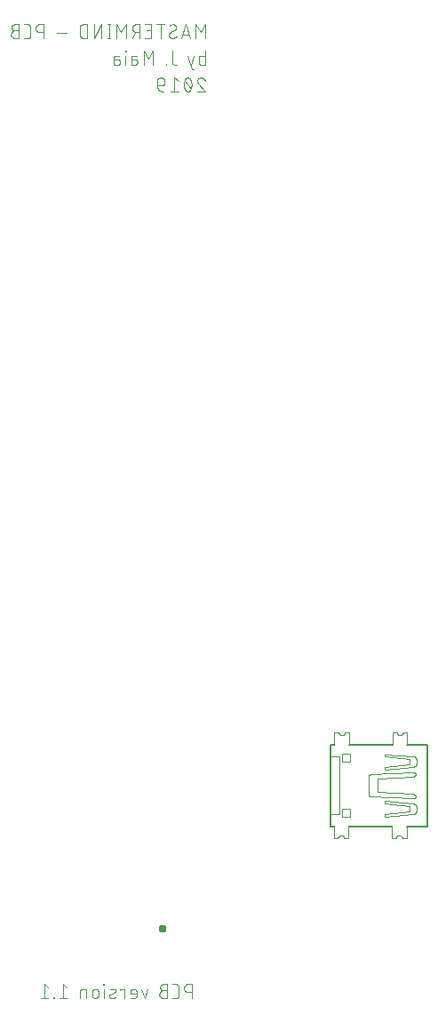
<source format=gbr>
G04 EAGLE Gerber RS-274X export*
G75*
%MOMM*%
%FSLAX34Y34*%
%LPD*%
%INSilkscreen Bottom*%
%IPPOS*%
%AMOC8*
5,1,8,0,0,1.08239X$1,22.5*%
G01*
%ADD10C,0.101600*%
%ADD11C,0.406400*%
%ADD12C,0.127000*%


D10*
X393192Y966216D02*
X393192Y953008D01*
X389523Y953008D01*
X389430Y953010D01*
X389336Y953016D01*
X389243Y953026D01*
X389151Y953040D01*
X389059Y953057D01*
X388968Y953079D01*
X388879Y953104D01*
X388790Y953134D01*
X388702Y953167D01*
X388616Y953203D01*
X388532Y953244D01*
X388450Y953287D01*
X388369Y953335D01*
X388291Y953385D01*
X388214Y953439D01*
X388140Y953497D01*
X388069Y953557D01*
X388000Y953620D01*
X387934Y953686D01*
X387871Y953755D01*
X387811Y953826D01*
X387753Y953900D01*
X387699Y953976D01*
X387649Y954055D01*
X387602Y954136D01*
X387558Y954218D01*
X387517Y954302D01*
X387481Y954388D01*
X387448Y954476D01*
X387418Y954564D01*
X387393Y954654D01*
X387371Y954745D01*
X387354Y954837D01*
X387340Y954929D01*
X387330Y955022D01*
X387324Y955116D01*
X387322Y955209D01*
X387322Y959612D01*
X387324Y959703D01*
X387330Y959794D01*
X387339Y959884D01*
X387352Y959974D01*
X387369Y960064D01*
X387389Y960152D01*
X387414Y960240D01*
X387441Y960327D01*
X387473Y960412D01*
X387507Y960496D01*
X387546Y960579D01*
X387587Y960660D01*
X387632Y960739D01*
X387680Y960816D01*
X387732Y960891D01*
X387786Y960964D01*
X387843Y961035D01*
X387904Y961103D01*
X387967Y961168D01*
X388032Y961231D01*
X388101Y961292D01*
X388171Y961349D01*
X388244Y961403D01*
X388319Y961455D01*
X388396Y961503D01*
X388475Y961548D01*
X388556Y961589D01*
X388639Y961628D01*
X388723Y961662D01*
X388808Y961694D01*
X388895Y961722D01*
X388983Y961746D01*
X389071Y961766D01*
X389161Y961783D01*
X389251Y961796D01*
X389341Y961805D01*
X389432Y961811D01*
X389523Y961813D01*
X393192Y961813D01*
X382586Y948605D02*
X381119Y948605D01*
X376716Y961813D01*
X382586Y961813D02*
X379651Y953008D01*
X361851Y955943D02*
X361851Y966216D01*
X361852Y955943D02*
X361854Y955836D01*
X361860Y955729D01*
X361870Y955622D01*
X361883Y955516D01*
X361901Y955410D01*
X361922Y955305D01*
X361947Y955201D01*
X361976Y955097D01*
X362009Y954995D01*
X362046Y954895D01*
X362086Y954795D01*
X362130Y954697D01*
X362177Y954601D01*
X362228Y954507D01*
X362282Y954414D01*
X362339Y954324D01*
X362400Y954235D01*
X362464Y954149D01*
X362531Y954066D01*
X362601Y953984D01*
X362674Y953906D01*
X362750Y953830D01*
X362828Y953757D01*
X362910Y953687D01*
X362993Y953620D01*
X363079Y953556D01*
X363168Y953495D01*
X363258Y953438D01*
X363351Y953384D01*
X363445Y953333D01*
X363541Y953286D01*
X363639Y953242D01*
X363739Y953202D01*
X363839Y953165D01*
X363941Y953132D01*
X364045Y953103D01*
X364149Y953078D01*
X364254Y953057D01*
X364360Y953039D01*
X364466Y953026D01*
X364573Y953016D01*
X364680Y953010D01*
X364787Y953008D01*
X366254Y953008D01*
X356549Y953008D02*
X356549Y953742D01*
X355815Y953742D01*
X355815Y953008D01*
X356549Y953008D01*
X343516Y953008D02*
X343516Y966216D01*
X339113Y958878D01*
X334710Y966216D01*
X334710Y953008D01*
X326314Y958144D02*
X323012Y958144D01*
X326314Y958144D02*
X326414Y958142D01*
X326513Y958136D01*
X326612Y958127D01*
X326711Y958113D01*
X326809Y958096D01*
X326906Y958075D01*
X327003Y958050D01*
X327098Y958021D01*
X327192Y957989D01*
X327285Y957953D01*
X327377Y957914D01*
X327467Y957871D01*
X327555Y957824D01*
X327641Y957775D01*
X327725Y957722D01*
X327807Y957665D01*
X327887Y957606D01*
X327965Y957543D01*
X328040Y957478D01*
X328112Y957409D01*
X328182Y957338D01*
X328249Y957265D01*
X328313Y957188D01*
X328374Y957110D01*
X328432Y957028D01*
X328486Y956945D01*
X328538Y956860D01*
X328586Y956773D01*
X328631Y956684D01*
X328672Y956593D01*
X328710Y956501D01*
X328744Y956407D01*
X328774Y956313D01*
X328801Y956217D01*
X328824Y956120D01*
X328843Y956022D01*
X328858Y955924D01*
X328870Y955825D01*
X328878Y955725D01*
X328882Y955626D01*
X328882Y955526D01*
X328878Y955427D01*
X328870Y955327D01*
X328858Y955228D01*
X328843Y955130D01*
X328824Y955032D01*
X328801Y954935D01*
X328774Y954839D01*
X328744Y954745D01*
X328710Y954651D01*
X328672Y954559D01*
X328631Y954468D01*
X328586Y954379D01*
X328538Y954292D01*
X328486Y954207D01*
X328432Y954124D01*
X328374Y954042D01*
X328313Y953964D01*
X328249Y953887D01*
X328182Y953814D01*
X328112Y953743D01*
X328040Y953674D01*
X327965Y953609D01*
X327887Y953546D01*
X327807Y953487D01*
X327725Y953430D01*
X327641Y953377D01*
X327555Y953328D01*
X327467Y953281D01*
X327377Y953238D01*
X327285Y953199D01*
X327192Y953163D01*
X327098Y953131D01*
X327003Y953102D01*
X326906Y953077D01*
X326809Y953056D01*
X326711Y953039D01*
X326612Y953025D01*
X326513Y953016D01*
X326414Y953010D01*
X326314Y953008D01*
X323012Y953008D01*
X323012Y959612D01*
X323014Y959703D01*
X323020Y959794D01*
X323029Y959884D01*
X323042Y959974D01*
X323059Y960064D01*
X323079Y960152D01*
X323104Y960240D01*
X323131Y960327D01*
X323163Y960412D01*
X323197Y960496D01*
X323236Y960579D01*
X323277Y960660D01*
X323322Y960739D01*
X323370Y960816D01*
X323422Y960891D01*
X323476Y960964D01*
X323533Y961035D01*
X323594Y961103D01*
X323657Y961168D01*
X323722Y961231D01*
X323791Y961292D01*
X323861Y961349D01*
X323934Y961403D01*
X324009Y961455D01*
X324086Y961503D01*
X324165Y961548D01*
X324246Y961589D01*
X324329Y961628D01*
X324413Y961662D01*
X324498Y961694D01*
X324585Y961722D01*
X324673Y961746D01*
X324761Y961766D01*
X324851Y961783D01*
X324941Y961796D01*
X325031Y961805D01*
X325122Y961811D01*
X325213Y961813D01*
X328148Y961813D01*
X317350Y961813D02*
X317350Y953008D01*
X317717Y965482D02*
X317717Y966216D01*
X316983Y966216D01*
X316983Y965482D01*
X317717Y965482D01*
X309672Y958144D02*
X306370Y958144D01*
X309672Y958144D02*
X309772Y958142D01*
X309871Y958136D01*
X309970Y958127D01*
X310069Y958113D01*
X310167Y958096D01*
X310264Y958075D01*
X310361Y958050D01*
X310456Y958021D01*
X310550Y957989D01*
X310643Y957953D01*
X310735Y957914D01*
X310825Y957871D01*
X310913Y957824D01*
X310999Y957775D01*
X311083Y957722D01*
X311165Y957665D01*
X311245Y957606D01*
X311323Y957543D01*
X311398Y957478D01*
X311470Y957409D01*
X311540Y957338D01*
X311607Y957265D01*
X311671Y957188D01*
X311732Y957110D01*
X311790Y957028D01*
X311844Y956945D01*
X311896Y956860D01*
X311944Y956773D01*
X311989Y956684D01*
X312030Y956593D01*
X312068Y956501D01*
X312102Y956407D01*
X312132Y956313D01*
X312159Y956217D01*
X312182Y956120D01*
X312201Y956022D01*
X312216Y955924D01*
X312228Y955825D01*
X312236Y955725D01*
X312240Y955626D01*
X312240Y955526D01*
X312236Y955427D01*
X312228Y955327D01*
X312216Y955228D01*
X312201Y955130D01*
X312182Y955032D01*
X312159Y954935D01*
X312132Y954839D01*
X312102Y954745D01*
X312068Y954651D01*
X312030Y954559D01*
X311989Y954468D01*
X311944Y954379D01*
X311896Y954292D01*
X311844Y954207D01*
X311790Y954124D01*
X311732Y954042D01*
X311671Y953964D01*
X311607Y953887D01*
X311540Y953814D01*
X311470Y953743D01*
X311398Y953674D01*
X311323Y953609D01*
X311245Y953546D01*
X311165Y953487D01*
X311083Y953430D01*
X310999Y953377D01*
X310913Y953328D01*
X310825Y953281D01*
X310735Y953238D01*
X310643Y953199D01*
X310550Y953163D01*
X310456Y953131D01*
X310361Y953102D01*
X310264Y953077D01*
X310167Y953056D01*
X310069Y953039D01*
X309970Y953025D01*
X309871Y953016D01*
X309772Y953010D01*
X309672Y953008D01*
X306370Y953008D01*
X306370Y959612D01*
X306372Y959703D01*
X306378Y959794D01*
X306387Y959884D01*
X306400Y959974D01*
X306417Y960064D01*
X306437Y960152D01*
X306462Y960240D01*
X306489Y960327D01*
X306521Y960412D01*
X306555Y960496D01*
X306594Y960579D01*
X306635Y960660D01*
X306680Y960739D01*
X306728Y960816D01*
X306780Y960891D01*
X306834Y960964D01*
X306891Y961035D01*
X306952Y961103D01*
X307015Y961168D01*
X307080Y961231D01*
X307149Y961292D01*
X307219Y961349D01*
X307292Y961403D01*
X307367Y961455D01*
X307444Y961503D01*
X307523Y961548D01*
X307604Y961589D01*
X307687Y961628D01*
X307771Y961662D01*
X307856Y961694D01*
X307943Y961722D01*
X308031Y961746D01*
X308119Y961766D01*
X308209Y961783D01*
X308299Y961796D01*
X308389Y961805D01*
X308480Y961811D01*
X308571Y961813D01*
X311506Y961813D01*
X385854Y937514D02*
X385856Y937627D01*
X385862Y937739D01*
X385871Y937852D01*
X385885Y937964D01*
X385902Y938075D01*
X385923Y938186D01*
X385948Y938296D01*
X385976Y938405D01*
X386009Y938513D01*
X386045Y938620D01*
X386084Y938725D01*
X386127Y938830D01*
X386174Y938932D01*
X386224Y939033D01*
X386278Y939132D01*
X386335Y939230D01*
X386395Y939325D01*
X386458Y939418D01*
X386525Y939509D01*
X386595Y939598D01*
X386667Y939684D01*
X386743Y939768D01*
X386821Y939849D01*
X386902Y939927D01*
X386986Y940003D01*
X387072Y940075D01*
X387161Y940145D01*
X387252Y940212D01*
X387345Y940275D01*
X387440Y940335D01*
X387538Y940392D01*
X387637Y940446D01*
X387738Y940496D01*
X387840Y940543D01*
X387945Y940586D01*
X388050Y940625D01*
X388157Y940661D01*
X388265Y940694D01*
X388374Y940722D01*
X388484Y940747D01*
X388595Y940768D01*
X388706Y940785D01*
X388818Y940799D01*
X388931Y940808D01*
X389043Y940814D01*
X389156Y940816D01*
X389283Y940814D01*
X389410Y940808D01*
X389537Y940799D01*
X389663Y940786D01*
X389789Y940769D01*
X389914Y940748D01*
X390039Y940723D01*
X390162Y940695D01*
X390285Y940663D01*
X390407Y940627D01*
X390528Y940588D01*
X390648Y940545D01*
X390766Y940499D01*
X390883Y940449D01*
X390998Y940395D01*
X391111Y940338D01*
X391223Y940278D01*
X391333Y940215D01*
X391441Y940148D01*
X391547Y940078D01*
X391651Y940005D01*
X391753Y939928D01*
X391852Y939849D01*
X391949Y939767D01*
X392043Y939682D01*
X392135Y939594D01*
X392224Y939504D01*
X392310Y939410D01*
X392394Y939315D01*
X392474Y939217D01*
X392552Y939116D01*
X392627Y939013D01*
X392698Y938908D01*
X392766Y938801D01*
X392831Y938692D01*
X392893Y938581D01*
X392952Y938468D01*
X393007Y938354D01*
X393058Y938238D01*
X393106Y938120D01*
X393151Y938001D01*
X393192Y937881D01*
X386955Y934946D02*
X386873Y935026D01*
X386794Y935109D01*
X386717Y935195D01*
X386643Y935283D01*
X386573Y935374D01*
X386505Y935466D01*
X386440Y935561D01*
X386378Y935658D01*
X386320Y935757D01*
X386264Y935858D01*
X386212Y935960D01*
X386164Y936064D01*
X386119Y936170D01*
X386077Y936277D01*
X386038Y936385D01*
X386004Y936495D01*
X385972Y936605D01*
X385945Y936717D01*
X385921Y936829D01*
X385900Y936942D01*
X385884Y937056D01*
X385871Y937170D01*
X385861Y937284D01*
X385856Y937399D01*
X385854Y937514D01*
X386955Y934946D02*
X393192Y927608D01*
X385854Y927608D01*
X380390Y934212D02*
X380387Y934472D01*
X380378Y934731D01*
X380362Y934991D01*
X380340Y935250D01*
X380313Y935508D01*
X380279Y935766D01*
X380238Y936022D01*
X380192Y936278D01*
X380140Y936533D01*
X380081Y936786D01*
X380017Y937037D01*
X379946Y937288D01*
X379870Y937536D01*
X379788Y937782D01*
X379700Y938027D01*
X379606Y938269D01*
X379506Y938509D01*
X379400Y938746D01*
X379289Y938981D01*
X379290Y938982D02*
X379255Y939077D01*
X379217Y939172D01*
X379175Y939265D01*
X379129Y939356D01*
X379080Y939446D01*
X379028Y939534D01*
X378973Y939619D01*
X378914Y939703D01*
X378852Y939784D01*
X378788Y939863D01*
X378720Y939939D01*
X378649Y940013D01*
X378576Y940084D01*
X378500Y940152D01*
X378422Y940218D01*
X378341Y940280D01*
X378258Y940340D01*
X378173Y940396D01*
X378086Y940449D01*
X377997Y940498D01*
X377906Y940544D01*
X377813Y940587D01*
X377719Y940626D01*
X377623Y940662D01*
X377526Y940694D01*
X377428Y940723D01*
X377329Y940747D01*
X377229Y940768D01*
X377129Y940785D01*
X377028Y940799D01*
X376926Y940808D01*
X376824Y940814D01*
X376722Y940816D01*
X376620Y940814D01*
X376518Y940808D01*
X376416Y940799D01*
X376315Y940785D01*
X376215Y940768D01*
X376115Y940747D01*
X376016Y940723D01*
X375918Y940694D01*
X375821Y940662D01*
X375725Y940626D01*
X375631Y940587D01*
X375538Y940544D01*
X375447Y940498D01*
X375358Y940449D01*
X375271Y940396D01*
X375186Y940340D01*
X375103Y940280D01*
X375022Y940218D01*
X374944Y940152D01*
X374868Y940084D01*
X374795Y940013D01*
X374724Y939939D01*
X374656Y939863D01*
X374592Y939784D01*
X374530Y939703D01*
X374471Y939619D01*
X374416Y939534D01*
X374364Y939446D01*
X374315Y939356D01*
X374269Y939265D01*
X374227Y939172D01*
X374189Y939077D01*
X374154Y938982D01*
X374154Y938981D02*
X374043Y938747D01*
X373937Y938509D01*
X373837Y938269D01*
X373743Y938027D01*
X373655Y937782D01*
X373573Y937536D01*
X373497Y937288D01*
X373426Y937038D01*
X373362Y936786D01*
X373303Y936533D01*
X373251Y936278D01*
X373205Y936022D01*
X373164Y935766D01*
X373130Y935508D01*
X373103Y935250D01*
X373081Y934991D01*
X373065Y934731D01*
X373056Y934472D01*
X373053Y934212D01*
X380391Y934212D02*
X380388Y933952D01*
X380379Y933692D01*
X380363Y933433D01*
X380341Y933174D01*
X380314Y932916D01*
X380280Y932658D01*
X380239Y932401D01*
X380193Y932146D01*
X380141Y931891D01*
X380082Y931638D01*
X380018Y931386D01*
X379947Y931136D01*
X379871Y930888D01*
X379789Y930641D01*
X379701Y930397D01*
X379607Y930155D01*
X379507Y929915D01*
X379401Y929677D01*
X379290Y929442D01*
X379255Y929347D01*
X379217Y929252D01*
X379175Y929159D01*
X379129Y929068D01*
X379080Y928978D01*
X379028Y928890D01*
X378973Y928805D01*
X378914Y928721D01*
X378852Y928640D01*
X378788Y928561D01*
X378720Y928485D01*
X378649Y928411D01*
X378576Y928340D01*
X378500Y928272D01*
X378422Y928206D01*
X378341Y928144D01*
X378258Y928084D01*
X378173Y928028D01*
X378086Y927975D01*
X377997Y927926D01*
X377906Y927880D01*
X377813Y927837D01*
X377719Y927798D01*
X377623Y927762D01*
X377526Y927730D01*
X377428Y927701D01*
X377329Y927677D01*
X377229Y927656D01*
X377129Y927639D01*
X377028Y927625D01*
X376926Y927616D01*
X376824Y927610D01*
X376722Y927608D01*
X374154Y929443D02*
X374043Y929678D01*
X373937Y929915D01*
X373837Y930155D01*
X373743Y930397D01*
X373655Y930642D01*
X373573Y930888D01*
X373497Y931136D01*
X373426Y931387D01*
X373362Y931638D01*
X373303Y931891D01*
X373251Y932146D01*
X373205Y932402D01*
X373164Y932658D01*
X373130Y932916D01*
X373103Y933174D01*
X373081Y933433D01*
X373065Y933693D01*
X373056Y933952D01*
X373053Y934212D01*
X374154Y929442D02*
X374189Y929347D01*
X374227Y929252D01*
X374269Y929159D01*
X374315Y929068D01*
X374364Y928978D01*
X374416Y928890D01*
X374471Y928805D01*
X374530Y928721D01*
X374592Y928640D01*
X374656Y928561D01*
X374724Y928485D01*
X374795Y928411D01*
X374868Y928340D01*
X374944Y928272D01*
X375022Y928206D01*
X375103Y928144D01*
X375186Y928084D01*
X375271Y928028D01*
X375358Y927975D01*
X375447Y927926D01*
X375538Y927880D01*
X375631Y927837D01*
X375725Y927798D01*
X375821Y927762D01*
X375918Y927730D01*
X376016Y927701D01*
X376115Y927677D01*
X376215Y927656D01*
X376315Y927639D01*
X376416Y927625D01*
X376518Y927616D01*
X376620Y927610D01*
X376722Y927608D01*
X379657Y930543D02*
X373786Y937881D01*
X367589Y937881D02*
X363920Y940816D01*
X363920Y927608D01*
X367589Y927608D02*
X360251Y927608D01*
X351852Y933478D02*
X347450Y933478D01*
X351852Y933478D02*
X351959Y933480D01*
X352066Y933486D01*
X352173Y933496D01*
X352279Y933509D01*
X352385Y933527D01*
X352490Y933548D01*
X352594Y933573D01*
X352698Y933602D01*
X352800Y933635D01*
X352900Y933672D01*
X353000Y933712D01*
X353098Y933756D01*
X353194Y933803D01*
X353288Y933854D01*
X353381Y933908D01*
X353471Y933965D01*
X353560Y934026D01*
X353646Y934090D01*
X353729Y934157D01*
X353811Y934227D01*
X353889Y934300D01*
X353965Y934376D01*
X354038Y934454D01*
X354108Y934536D01*
X354175Y934619D01*
X354239Y934705D01*
X354300Y934794D01*
X354357Y934884D01*
X354411Y934977D01*
X354462Y935071D01*
X354510Y935167D01*
X354553Y935265D01*
X354593Y935365D01*
X354630Y935465D01*
X354663Y935567D01*
X354692Y935671D01*
X354717Y935775D01*
X354738Y935880D01*
X354756Y935986D01*
X354769Y936092D01*
X354779Y936199D01*
X354785Y936306D01*
X354787Y936413D01*
X354787Y937147D01*
X354785Y937267D01*
X354779Y937387D01*
X354769Y937507D01*
X354756Y937626D01*
X354738Y937745D01*
X354717Y937863D01*
X354691Y937980D01*
X354662Y938097D01*
X354629Y938212D01*
X354592Y938326D01*
X354552Y938439D01*
X354508Y938551D01*
X354460Y938661D01*
X354409Y938770D01*
X354354Y938877D01*
X354295Y938982D01*
X354234Y939084D01*
X354169Y939185D01*
X354100Y939284D01*
X354029Y939381D01*
X353954Y939475D01*
X353877Y939566D01*
X353796Y939655D01*
X353712Y939741D01*
X353626Y939825D01*
X353537Y939906D01*
X353446Y939983D01*
X353352Y940058D01*
X353255Y940129D01*
X353156Y940198D01*
X353055Y940263D01*
X352953Y940324D01*
X352848Y940383D01*
X352741Y940438D01*
X352632Y940489D01*
X352522Y940537D01*
X352410Y940581D01*
X352297Y940621D01*
X352183Y940658D01*
X352068Y940691D01*
X351951Y940720D01*
X351834Y940746D01*
X351716Y940767D01*
X351597Y940785D01*
X351478Y940798D01*
X351358Y940808D01*
X351238Y940814D01*
X351118Y940816D01*
X350998Y940814D01*
X350878Y940808D01*
X350758Y940798D01*
X350639Y940785D01*
X350520Y940767D01*
X350402Y940746D01*
X350285Y940720D01*
X350168Y940691D01*
X350053Y940658D01*
X349939Y940621D01*
X349826Y940581D01*
X349714Y940537D01*
X349604Y940489D01*
X349495Y940438D01*
X349388Y940383D01*
X349284Y940324D01*
X349181Y940263D01*
X349080Y940198D01*
X348981Y940129D01*
X348884Y940058D01*
X348790Y939983D01*
X348699Y939906D01*
X348610Y939825D01*
X348524Y939741D01*
X348440Y939655D01*
X348359Y939566D01*
X348282Y939475D01*
X348207Y939381D01*
X348136Y939284D01*
X348067Y939185D01*
X348002Y939084D01*
X347941Y938982D01*
X347882Y938877D01*
X347827Y938770D01*
X347776Y938661D01*
X347728Y938551D01*
X347684Y938439D01*
X347644Y938326D01*
X347607Y938212D01*
X347574Y938097D01*
X347545Y937980D01*
X347519Y937863D01*
X347498Y937745D01*
X347480Y937626D01*
X347467Y937507D01*
X347457Y937387D01*
X347451Y937267D01*
X347449Y937147D01*
X347450Y937147D02*
X347450Y933478D01*
X347452Y933327D01*
X347458Y933176D01*
X347468Y933025D01*
X347481Y932874D01*
X347499Y932724D01*
X347520Y932575D01*
X347545Y932426D01*
X347574Y932277D01*
X347607Y932130D01*
X347644Y931983D01*
X347684Y931837D01*
X347728Y931693D01*
X347776Y931549D01*
X347827Y931407D01*
X347882Y931267D01*
X347941Y931127D01*
X348004Y930990D01*
X348069Y930854D01*
X348139Y930719D01*
X348211Y930587D01*
X348288Y930456D01*
X348367Y930328D01*
X348450Y930201D01*
X348536Y930077D01*
X348625Y929955D01*
X348717Y929835D01*
X348813Y929718D01*
X348911Y929603D01*
X349012Y929491D01*
X349116Y929381D01*
X349223Y929274D01*
X349333Y929170D01*
X349445Y929069D01*
X349560Y928971D01*
X349677Y928875D01*
X349797Y928783D01*
X349919Y928694D01*
X350043Y928608D01*
X350170Y928525D01*
X350298Y928446D01*
X350429Y928369D01*
X350561Y928297D01*
X350696Y928227D01*
X350832Y928162D01*
X350969Y928099D01*
X351109Y928040D01*
X351249Y927985D01*
X351391Y927934D01*
X351535Y927886D01*
X351679Y927842D01*
X351825Y927802D01*
X351972Y927765D01*
X352119Y927732D01*
X352268Y927703D01*
X352417Y927678D01*
X352566Y927657D01*
X352716Y927639D01*
X352867Y927626D01*
X353018Y927616D01*
X353169Y927610D01*
X353320Y927608D01*
X393192Y978408D02*
X393192Y991616D01*
X388789Y984278D01*
X384387Y991616D01*
X384387Y978408D01*
X379110Y978408D02*
X374708Y991616D01*
X370305Y978408D01*
X371406Y981710D02*
X378010Y981710D01*
X361599Y978408D02*
X361492Y978410D01*
X361385Y978416D01*
X361278Y978426D01*
X361172Y978439D01*
X361066Y978457D01*
X360961Y978478D01*
X360857Y978503D01*
X360753Y978532D01*
X360651Y978565D01*
X360551Y978602D01*
X360451Y978642D01*
X360353Y978686D01*
X360257Y978733D01*
X360163Y978784D01*
X360070Y978838D01*
X359980Y978895D01*
X359891Y978956D01*
X359805Y979020D01*
X359722Y979087D01*
X359640Y979157D01*
X359562Y979230D01*
X359486Y979306D01*
X359413Y979384D01*
X359343Y979466D01*
X359276Y979549D01*
X359212Y979635D01*
X359151Y979724D01*
X359094Y979814D01*
X359040Y979907D01*
X358989Y980001D01*
X358942Y980097D01*
X358898Y980195D01*
X358858Y980295D01*
X358821Y980395D01*
X358788Y980497D01*
X358759Y980601D01*
X358734Y980705D01*
X358713Y980810D01*
X358695Y980916D01*
X358682Y981022D01*
X358672Y981129D01*
X358666Y981236D01*
X358664Y981343D01*
X361599Y978408D02*
X361752Y978410D01*
X361905Y978416D01*
X362058Y978425D01*
X362210Y978438D01*
X362362Y978455D01*
X362514Y978476D01*
X362665Y978500D01*
X362815Y978528D01*
X362965Y978560D01*
X363113Y978596D01*
X363261Y978635D01*
X363408Y978678D01*
X363554Y978724D01*
X363698Y978774D01*
X363842Y978828D01*
X363984Y978885D01*
X364124Y978946D01*
X364263Y979010D01*
X364400Y979077D01*
X364536Y979148D01*
X364670Y979222D01*
X364802Y979299D01*
X364932Y979380D01*
X365060Y979464D01*
X365186Y979551D01*
X365309Y979641D01*
X365431Y979734D01*
X365550Y979830D01*
X365666Y979929D01*
X365781Y980030D01*
X365892Y980135D01*
X366001Y980242D01*
X365635Y988681D02*
X365633Y988788D01*
X365627Y988895D01*
X365617Y989002D01*
X365604Y989108D01*
X365586Y989214D01*
X365565Y989319D01*
X365540Y989423D01*
X365511Y989527D01*
X365478Y989629D01*
X365441Y989729D01*
X365401Y989829D01*
X365357Y989927D01*
X365310Y990023D01*
X365259Y990117D01*
X365205Y990210D01*
X365148Y990300D01*
X365087Y990389D01*
X365023Y990475D01*
X364956Y990558D01*
X364886Y990640D01*
X364813Y990718D01*
X364737Y990794D01*
X364659Y990867D01*
X364577Y990937D01*
X364494Y991004D01*
X364408Y991068D01*
X364319Y991129D01*
X364229Y991186D01*
X364136Y991240D01*
X364042Y991291D01*
X363946Y991338D01*
X363848Y991382D01*
X363748Y991422D01*
X363648Y991459D01*
X363546Y991492D01*
X363442Y991521D01*
X363338Y991546D01*
X363233Y991567D01*
X363127Y991585D01*
X363021Y991598D01*
X362914Y991608D01*
X362807Y991614D01*
X362700Y991616D01*
X362552Y991614D01*
X362405Y991608D01*
X362258Y991598D01*
X362111Y991584D01*
X361964Y991567D01*
X361819Y991545D01*
X361673Y991519D01*
X361529Y991490D01*
X361385Y991457D01*
X361242Y991419D01*
X361100Y991378D01*
X360960Y991334D01*
X360820Y991285D01*
X360682Y991233D01*
X360546Y991177D01*
X360411Y991117D01*
X360278Y991054D01*
X360146Y990987D01*
X360016Y990917D01*
X359888Y990844D01*
X359763Y990766D01*
X359639Y990686D01*
X359517Y990602D01*
X359398Y990515D01*
X364167Y986113D02*
X364258Y986169D01*
X364347Y986228D01*
X364434Y986290D01*
X364518Y986355D01*
X364601Y986423D01*
X364680Y986494D01*
X364757Y986568D01*
X364831Y986645D01*
X364903Y986724D01*
X364971Y986806D01*
X365037Y986890D01*
X365100Y986977D01*
X365159Y987065D01*
X365215Y987156D01*
X365268Y987249D01*
X365318Y987343D01*
X365364Y987439D01*
X365407Y987537D01*
X365446Y987636D01*
X365482Y987737D01*
X365514Y987839D01*
X365542Y987942D01*
X365566Y988046D01*
X365587Y988150D01*
X365604Y988256D01*
X365618Y988361D01*
X365627Y988468D01*
X365633Y988574D01*
X365635Y988681D01*
X360132Y983911D02*
X360041Y983855D01*
X359952Y983796D01*
X359865Y983734D01*
X359781Y983669D01*
X359698Y983601D01*
X359619Y983530D01*
X359542Y983456D01*
X359468Y983379D01*
X359396Y983300D01*
X359328Y983218D01*
X359262Y983134D01*
X359199Y983047D01*
X359140Y982959D01*
X359084Y982868D01*
X359031Y982775D01*
X358981Y982681D01*
X358935Y982585D01*
X358892Y982487D01*
X358853Y982388D01*
X358817Y982287D01*
X358785Y982185D01*
X358757Y982082D01*
X358733Y981978D01*
X358712Y981874D01*
X358695Y981768D01*
X358681Y981663D01*
X358672Y981556D01*
X358666Y981450D01*
X358664Y981343D01*
X360131Y983911D02*
X364167Y986113D01*
X350811Y991616D02*
X350811Y978408D01*
X347143Y991616D02*
X354480Y991616D01*
X342081Y978408D02*
X336211Y978408D01*
X342081Y978408D02*
X342081Y991616D01*
X336211Y991616D01*
X337679Y985746D02*
X342081Y985746D01*
X330933Y991616D02*
X330933Y978408D01*
X330933Y991616D02*
X327264Y991616D01*
X327144Y991614D01*
X327024Y991608D01*
X326904Y991598D01*
X326785Y991585D01*
X326666Y991567D01*
X326548Y991546D01*
X326431Y991520D01*
X326314Y991491D01*
X326199Y991458D01*
X326085Y991421D01*
X325972Y991381D01*
X325860Y991337D01*
X325750Y991289D01*
X325641Y991238D01*
X325534Y991183D01*
X325430Y991124D01*
X325327Y991063D01*
X325226Y990998D01*
X325127Y990929D01*
X325030Y990858D01*
X324936Y990783D01*
X324845Y990706D01*
X324756Y990625D01*
X324670Y990541D01*
X324586Y990455D01*
X324505Y990366D01*
X324428Y990275D01*
X324353Y990181D01*
X324282Y990084D01*
X324213Y989985D01*
X324148Y989884D01*
X324087Y989782D01*
X324028Y989677D01*
X323973Y989570D01*
X323922Y989461D01*
X323874Y989351D01*
X323830Y989239D01*
X323790Y989126D01*
X323753Y989012D01*
X323720Y988897D01*
X323691Y988780D01*
X323665Y988663D01*
X323644Y988545D01*
X323626Y988426D01*
X323613Y988307D01*
X323603Y988187D01*
X323597Y988067D01*
X323595Y987947D01*
X323597Y987827D01*
X323603Y987707D01*
X323613Y987587D01*
X323626Y987468D01*
X323644Y987349D01*
X323665Y987231D01*
X323691Y987114D01*
X323720Y986997D01*
X323753Y986882D01*
X323790Y986768D01*
X323830Y986655D01*
X323874Y986543D01*
X323922Y986433D01*
X323973Y986324D01*
X324028Y986217D01*
X324087Y986113D01*
X324148Y986010D01*
X324213Y985909D01*
X324282Y985810D01*
X324353Y985713D01*
X324428Y985619D01*
X324505Y985528D01*
X324586Y985439D01*
X324670Y985353D01*
X324756Y985269D01*
X324845Y985188D01*
X324936Y985111D01*
X325030Y985036D01*
X325127Y984965D01*
X325226Y984896D01*
X325327Y984831D01*
X325430Y984770D01*
X325534Y984711D01*
X325641Y984656D01*
X325750Y984605D01*
X325860Y984557D01*
X325972Y984513D01*
X326085Y984473D01*
X326199Y984436D01*
X326314Y984403D01*
X326431Y984374D01*
X326548Y984348D01*
X326666Y984327D01*
X326785Y984309D01*
X326904Y984296D01*
X327024Y984286D01*
X327144Y984280D01*
X327264Y984278D01*
X330933Y984278D01*
X326530Y984278D02*
X323595Y978408D01*
X317663Y978408D02*
X317663Y991616D01*
X313260Y984278D01*
X308857Y991616D01*
X308857Y978408D01*
X301739Y978408D02*
X301739Y991616D01*
X303206Y978408D02*
X300271Y978408D01*
X300271Y991616D02*
X303206Y991616D01*
X294740Y991616D02*
X294740Y978408D01*
X287402Y978408D02*
X294740Y991616D01*
X287402Y991616D02*
X287402Y978408D01*
X281085Y978408D02*
X281085Y991616D01*
X277416Y991616D01*
X277296Y991614D01*
X277176Y991608D01*
X277056Y991598D01*
X276937Y991585D01*
X276818Y991567D01*
X276700Y991546D01*
X276583Y991520D01*
X276466Y991491D01*
X276351Y991458D01*
X276237Y991421D01*
X276124Y991381D01*
X276012Y991337D01*
X275902Y991289D01*
X275793Y991238D01*
X275686Y991183D01*
X275582Y991124D01*
X275479Y991063D01*
X275378Y990998D01*
X275279Y990929D01*
X275182Y990858D01*
X275088Y990783D01*
X274997Y990706D01*
X274908Y990625D01*
X274822Y990541D01*
X274738Y990455D01*
X274657Y990366D01*
X274580Y990275D01*
X274505Y990181D01*
X274434Y990084D01*
X274365Y989985D01*
X274300Y989884D01*
X274239Y989782D01*
X274180Y989677D01*
X274125Y989570D01*
X274074Y989461D01*
X274026Y989351D01*
X273982Y989239D01*
X273942Y989126D01*
X273905Y989012D01*
X273872Y988897D01*
X273843Y988780D01*
X273817Y988663D01*
X273796Y988545D01*
X273778Y988426D01*
X273765Y988307D01*
X273755Y988187D01*
X273749Y988067D01*
X273747Y987947D01*
X273747Y982077D01*
X273749Y981957D01*
X273755Y981837D01*
X273765Y981717D01*
X273778Y981598D01*
X273796Y981479D01*
X273817Y981361D01*
X273843Y981244D01*
X273872Y981127D01*
X273905Y981012D01*
X273942Y980898D01*
X273982Y980785D01*
X274026Y980673D01*
X274074Y980563D01*
X274125Y980454D01*
X274180Y980347D01*
X274239Y980243D01*
X274300Y980140D01*
X274365Y980039D01*
X274434Y979940D01*
X274505Y979843D01*
X274580Y979749D01*
X274657Y979658D01*
X274738Y979569D01*
X274822Y979483D01*
X274908Y979399D01*
X274997Y979318D01*
X275088Y979241D01*
X275182Y979166D01*
X275279Y979095D01*
X275378Y979026D01*
X275479Y978961D01*
X275582Y978900D01*
X275686Y978841D01*
X275793Y978786D01*
X275902Y978735D01*
X276012Y978687D01*
X276124Y978643D01*
X276237Y978603D01*
X276351Y978566D01*
X276466Y978533D01*
X276583Y978504D01*
X276700Y978478D01*
X276818Y978457D01*
X276937Y978439D01*
X277056Y978426D01*
X277176Y978416D01*
X277296Y978410D01*
X277416Y978408D01*
X281085Y978408D01*
X260909Y983544D02*
X252104Y983544D01*
X239087Y978408D02*
X239087Y991616D01*
X235418Y991616D01*
X235298Y991614D01*
X235178Y991608D01*
X235058Y991598D01*
X234939Y991585D01*
X234820Y991567D01*
X234702Y991546D01*
X234585Y991520D01*
X234468Y991491D01*
X234353Y991458D01*
X234239Y991421D01*
X234126Y991381D01*
X234014Y991337D01*
X233904Y991289D01*
X233795Y991238D01*
X233688Y991183D01*
X233584Y991124D01*
X233481Y991063D01*
X233380Y990998D01*
X233281Y990929D01*
X233184Y990858D01*
X233090Y990783D01*
X232999Y990706D01*
X232910Y990625D01*
X232824Y990541D01*
X232740Y990455D01*
X232659Y990366D01*
X232582Y990275D01*
X232507Y990181D01*
X232436Y990084D01*
X232367Y989985D01*
X232302Y989884D01*
X232241Y989782D01*
X232182Y989677D01*
X232127Y989570D01*
X232076Y989461D01*
X232028Y989351D01*
X231984Y989239D01*
X231944Y989126D01*
X231907Y989012D01*
X231874Y988897D01*
X231845Y988780D01*
X231819Y988663D01*
X231798Y988545D01*
X231780Y988426D01*
X231767Y988307D01*
X231757Y988187D01*
X231751Y988067D01*
X231749Y987947D01*
X231751Y987827D01*
X231757Y987707D01*
X231767Y987587D01*
X231780Y987468D01*
X231798Y987349D01*
X231819Y987231D01*
X231845Y987114D01*
X231874Y986997D01*
X231907Y986882D01*
X231944Y986768D01*
X231984Y986655D01*
X232028Y986543D01*
X232076Y986433D01*
X232127Y986324D01*
X232182Y986217D01*
X232241Y986113D01*
X232302Y986010D01*
X232367Y985909D01*
X232436Y985810D01*
X232507Y985713D01*
X232582Y985619D01*
X232659Y985528D01*
X232740Y985439D01*
X232824Y985353D01*
X232910Y985269D01*
X232999Y985188D01*
X233090Y985111D01*
X233184Y985036D01*
X233281Y984965D01*
X233380Y984896D01*
X233481Y984831D01*
X233584Y984770D01*
X233688Y984711D01*
X233795Y984656D01*
X233904Y984605D01*
X234014Y984557D01*
X234126Y984513D01*
X234239Y984473D01*
X234353Y984436D01*
X234468Y984403D01*
X234585Y984374D01*
X234702Y984348D01*
X234820Y984327D01*
X234939Y984309D01*
X235058Y984296D01*
X235178Y984286D01*
X235298Y984280D01*
X235418Y984278D01*
X239087Y984278D01*
X223991Y978408D02*
X221056Y978408D01*
X223991Y978408D02*
X224098Y978410D01*
X224205Y978416D01*
X224312Y978426D01*
X224418Y978439D01*
X224524Y978457D01*
X224629Y978478D01*
X224733Y978503D01*
X224837Y978532D01*
X224939Y978565D01*
X225039Y978602D01*
X225139Y978642D01*
X225237Y978686D01*
X225333Y978733D01*
X225427Y978784D01*
X225520Y978838D01*
X225610Y978895D01*
X225699Y978956D01*
X225785Y979020D01*
X225868Y979087D01*
X225950Y979157D01*
X226028Y979230D01*
X226104Y979306D01*
X226177Y979384D01*
X226247Y979466D01*
X226314Y979549D01*
X226378Y979635D01*
X226439Y979724D01*
X226496Y979814D01*
X226550Y979907D01*
X226601Y980001D01*
X226649Y980097D01*
X226692Y980195D01*
X226732Y980295D01*
X226769Y980395D01*
X226802Y980497D01*
X226831Y980601D01*
X226856Y980705D01*
X226877Y980810D01*
X226895Y980916D01*
X226908Y981022D01*
X226918Y981129D01*
X226924Y981236D01*
X226926Y981343D01*
X226926Y988681D01*
X226924Y988788D01*
X226918Y988895D01*
X226908Y989002D01*
X226895Y989108D01*
X226877Y989214D01*
X226856Y989319D01*
X226831Y989423D01*
X226802Y989527D01*
X226769Y989629D01*
X226732Y989729D01*
X226692Y989829D01*
X226648Y989927D01*
X226601Y990023D01*
X226550Y990117D01*
X226496Y990210D01*
X226439Y990300D01*
X226378Y990389D01*
X226314Y990475D01*
X226247Y990558D01*
X226177Y990640D01*
X226104Y990718D01*
X226028Y990794D01*
X225950Y990867D01*
X225868Y990937D01*
X225785Y991004D01*
X225699Y991068D01*
X225610Y991129D01*
X225520Y991186D01*
X225427Y991240D01*
X225333Y991291D01*
X225237Y991338D01*
X225139Y991382D01*
X225040Y991422D01*
X224939Y991459D01*
X224837Y991492D01*
X224733Y991521D01*
X224629Y991546D01*
X224524Y991567D01*
X224418Y991585D01*
X224312Y991598D01*
X224205Y991608D01*
X224098Y991614D01*
X223991Y991616D01*
X221056Y991616D01*
X215617Y985746D02*
X211948Y985746D01*
X211828Y985744D01*
X211708Y985738D01*
X211588Y985728D01*
X211469Y985715D01*
X211350Y985697D01*
X211232Y985676D01*
X211115Y985650D01*
X210998Y985621D01*
X210883Y985588D01*
X210769Y985551D01*
X210656Y985511D01*
X210544Y985467D01*
X210434Y985419D01*
X210325Y985368D01*
X210218Y985313D01*
X210114Y985254D01*
X210011Y985193D01*
X209910Y985128D01*
X209811Y985059D01*
X209714Y984988D01*
X209620Y984913D01*
X209529Y984836D01*
X209440Y984755D01*
X209354Y984671D01*
X209270Y984585D01*
X209189Y984496D01*
X209112Y984405D01*
X209037Y984311D01*
X208966Y984214D01*
X208897Y984115D01*
X208832Y984014D01*
X208771Y983912D01*
X208712Y983807D01*
X208657Y983700D01*
X208606Y983591D01*
X208558Y983481D01*
X208514Y983369D01*
X208474Y983256D01*
X208437Y983142D01*
X208404Y983027D01*
X208375Y982910D01*
X208349Y982793D01*
X208328Y982675D01*
X208310Y982556D01*
X208297Y982437D01*
X208287Y982317D01*
X208281Y982197D01*
X208279Y982077D01*
X208281Y981957D01*
X208287Y981837D01*
X208297Y981717D01*
X208310Y981598D01*
X208328Y981479D01*
X208349Y981361D01*
X208375Y981244D01*
X208404Y981127D01*
X208437Y981012D01*
X208474Y980898D01*
X208514Y980785D01*
X208558Y980673D01*
X208606Y980563D01*
X208657Y980454D01*
X208712Y980347D01*
X208771Y980243D01*
X208832Y980140D01*
X208897Y980039D01*
X208966Y979940D01*
X209037Y979843D01*
X209112Y979749D01*
X209189Y979658D01*
X209270Y979569D01*
X209354Y979483D01*
X209440Y979399D01*
X209529Y979318D01*
X209620Y979241D01*
X209714Y979166D01*
X209811Y979095D01*
X209910Y979026D01*
X210011Y978961D01*
X210114Y978900D01*
X210218Y978841D01*
X210325Y978786D01*
X210434Y978735D01*
X210544Y978687D01*
X210656Y978643D01*
X210769Y978603D01*
X210883Y978566D01*
X210998Y978533D01*
X211115Y978504D01*
X211232Y978478D01*
X211350Y978457D01*
X211469Y978439D01*
X211588Y978426D01*
X211708Y978416D01*
X211828Y978410D01*
X211948Y978408D01*
X215617Y978408D01*
X215617Y991616D01*
X211948Y991616D01*
X211841Y991614D01*
X211734Y991608D01*
X211627Y991598D01*
X211521Y991585D01*
X211415Y991567D01*
X211310Y991546D01*
X211206Y991521D01*
X211102Y991492D01*
X211000Y991459D01*
X210900Y991422D01*
X210800Y991382D01*
X210702Y991338D01*
X210606Y991291D01*
X210512Y991240D01*
X210419Y991186D01*
X210329Y991129D01*
X210240Y991068D01*
X210154Y991004D01*
X210071Y990937D01*
X209989Y990867D01*
X209911Y990794D01*
X209835Y990718D01*
X209762Y990640D01*
X209692Y990558D01*
X209625Y990475D01*
X209561Y990389D01*
X209500Y990300D01*
X209443Y990210D01*
X209389Y990117D01*
X209338Y990023D01*
X209291Y989927D01*
X209247Y989829D01*
X209207Y989729D01*
X209170Y989629D01*
X209137Y989527D01*
X209108Y989423D01*
X209083Y989319D01*
X209062Y989214D01*
X209044Y989108D01*
X209031Y989002D01*
X209021Y988895D01*
X209015Y988788D01*
X209013Y988681D01*
X209015Y988574D01*
X209021Y988467D01*
X209031Y988360D01*
X209044Y988254D01*
X209062Y988148D01*
X209083Y988043D01*
X209108Y987939D01*
X209137Y987835D01*
X209170Y987733D01*
X209207Y987633D01*
X209247Y987533D01*
X209291Y987435D01*
X209338Y987339D01*
X209389Y987245D01*
X209443Y987152D01*
X209500Y987062D01*
X209561Y986973D01*
X209625Y986887D01*
X209692Y986804D01*
X209762Y986722D01*
X209835Y986644D01*
X209911Y986568D01*
X209989Y986495D01*
X210071Y986425D01*
X210154Y986358D01*
X210240Y986294D01*
X210329Y986233D01*
X210419Y986176D01*
X210512Y986122D01*
X210606Y986071D01*
X210702Y986024D01*
X210800Y985980D01*
X210900Y985940D01*
X211000Y985903D01*
X211102Y985870D01*
X211206Y985841D01*
X211310Y985816D01*
X211415Y985795D01*
X211521Y985777D01*
X211627Y985764D01*
X211734Y985754D01*
X211841Y985748D01*
X211948Y985746D01*
D11*
X353568Y131628D02*
X353568Y129032D01*
X353568Y131628D02*
X350972Y131628D01*
X350972Y129032D01*
X353568Y129032D01*
D10*
X380492Y77216D02*
X380492Y64008D01*
X380492Y77216D02*
X376823Y77216D01*
X376703Y77214D01*
X376583Y77208D01*
X376463Y77198D01*
X376344Y77185D01*
X376225Y77167D01*
X376107Y77146D01*
X375990Y77120D01*
X375873Y77091D01*
X375758Y77058D01*
X375644Y77021D01*
X375531Y76981D01*
X375419Y76937D01*
X375309Y76889D01*
X375200Y76838D01*
X375093Y76783D01*
X374989Y76724D01*
X374886Y76663D01*
X374785Y76598D01*
X374686Y76529D01*
X374589Y76458D01*
X374495Y76383D01*
X374404Y76306D01*
X374315Y76225D01*
X374229Y76141D01*
X374145Y76055D01*
X374064Y75966D01*
X373987Y75875D01*
X373912Y75781D01*
X373841Y75684D01*
X373772Y75585D01*
X373707Y75484D01*
X373646Y75381D01*
X373587Y75277D01*
X373532Y75170D01*
X373481Y75061D01*
X373433Y74951D01*
X373389Y74839D01*
X373349Y74726D01*
X373312Y74612D01*
X373279Y74497D01*
X373250Y74380D01*
X373224Y74263D01*
X373203Y74145D01*
X373185Y74026D01*
X373172Y73907D01*
X373162Y73787D01*
X373156Y73667D01*
X373154Y73547D01*
X373156Y73427D01*
X373162Y73307D01*
X373172Y73187D01*
X373185Y73068D01*
X373203Y72949D01*
X373224Y72831D01*
X373250Y72714D01*
X373279Y72597D01*
X373312Y72482D01*
X373349Y72368D01*
X373389Y72255D01*
X373433Y72143D01*
X373481Y72033D01*
X373532Y71924D01*
X373587Y71817D01*
X373646Y71712D01*
X373707Y71610D01*
X373772Y71509D01*
X373841Y71410D01*
X373912Y71313D01*
X373987Y71219D01*
X374064Y71128D01*
X374145Y71039D01*
X374229Y70953D01*
X374315Y70869D01*
X374404Y70788D01*
X374495Y70711D01*
X374589Y70636D01*
X374686Y70565D01*
X374785Y70496D01*
X374886Y70431D01*
X374989Y70370D01*
X375093Y70311D01*
X375200Y70256D01*
X375309Y70205D01*
X375419Y70157D01*
X375531Y70113D01*
X375644Y70073D01*
X375758Y70036D01*
X375873Y70003D01*
X375990Y69974D01*
X376107Y69948D01*
X376225Y69927D01*
X376344Y69909D01*
X376463Y69896D01*
X376583Y69886D01*
X376703Y69880D01*
X376823Y69878D01*
X380492Y69878D01*
X365397Y64008D02*
X362462Y64008D01*
X365397Y64008D02*
X365504Y64010D01*
X365611Y64016D01*
X365718Y64026D01*
X365824Y64039D01*
X365930Y64057D01*
X366035Y64078D01*
X366139Y64103D01*
X366243Y64132D01*
X366345Y64165D01*
X366445Y64202D01*
X366545Y64242D01*
X366643Y64286D01*
X366739Y64333D01*
X366833Y64384D01*
X366926Y64438D01*
X367016Y64495D01*
X367105Y64556D01*
X367191Y64620D01*
X367274Y64687D01*
X367356Y64757D01*
X367434Y64830D01*
X367510Y64906D01*
X367583Y64984D01*
X367653Y65066D01*
X367720Y65149D01*
X367784Y65235D01*
X367845Y65324D01*
X367902Y65414D01*
X367956Y65507D01*
X368007Y65601D01*
X368055Y65697D01*
X368098Y65795D01*
X368138Y65895D01*
X368175Y65995D01*
X368208Y66097D01*
X368237Y66201D01*
X368262Y66305D01*
X368283Y66410D01*
X368301Y66516D01*
X368314Y66622D01*
X368324Y66729D01*
X368330Y66836D01*
X368332Y66943D01*
X368332Y74281D01*
X368330Y74388D01*
X368324Y74495D01*
X368314Y74602D01*
X368301Y74708D01*
X368283Y74814D01*
X368262Y74919D01*
X368237Y75023D01*
X368208Y75127D01*
X368175Y75229D01*
X368138Y75329D01*
X368098Y75429D01*
X368054Y75527D01*
X368007Y75623D01*
X367956Y75717D01*
X367902Y75810D01*
X367845Y75900D01*
X367784Y75989D01*
X367720Y76075D01*
X367653Y76158D01*
X367583Y76240D01*
X367510Y76318D01*
X367434Y76394D01*
X367356Y76467D01*
X367274Y76537D01*
X367191Y76604D01*
X367105Y76668D01*
X367016Y76729D01*
X366926Y76786D01*
X366833Y76840D01*
X366739Y76891D01*
X366643Y76938D01*
X366545Y76982D01*
X366446Y77022D01*
X366345Y77059D01*
X366243Y77092D01*
X366139Y77121D01*
X366035Y77146D01*
X365930Y77167D01*
X365824Y77185D01*
X365718Y77198D01*
X365611Y77208D01*
X365504Y77214D01*
X365397Y77216D01*
X362462Y77216D01*
X357022Y71346D02*
X353354Y71346D01*
X353234Y71344D01*
X353114Y71338D01*
X352994Y71328D01*
X352875Y71315D01*
X352756Y71297D01*
X352638Y71276D01*
X352521Y71250D01*
X352404Y71221D01*
X352289Y71188D01*
X352175Y71151D01*
X352062Y71111D01*
X351950Y71067D01*
X351840Y71019D01*
X351731Y70968D01*
X351624Y70913D01*
X351520Y70854D01*
X351417Y70793D01*
X351316Y70728D01*
X351217Y70659D01*
X351120Y70588D01*
X351026Y70513D01*
X350935Y70436D01*
X350846Y70355D01*
X350760Y70271D01*
X350676Y70185D01*
X350595Y70096D01*
X350518Y70005D01*
X350443Y69911D01*
X350372Y69814D01*
X350303Y69715D01*
X350238Y69614D01*
X350177Y69511D01*
X350118Y69407D01*
X350063Y69300D01*
X350012Y69191D01*
X349964Y69081D01*
X349920Y68969D01*
X349880Y68856D01*
X349843Y68742D01*
X349810Y68627D01*
X349781Y68510D01*
X349755Y68393D01*
X349734Y68275D01*
X349716Y68156D01*
X349703Y68037D01*
X349693Y67917D01*
X349687Y67797D01*
X349685Y67677D01*
X349687Y67557D01*
X349693Y67437D01*
X349703Y67317D01*
X349716Y67198D01*
X349734Y67079D01*
X349755Y66961D01*
X349781Y66844D01*
X349810Y66727D01*
X349843Y66612D01*
X349880Y66498D01*
X349920Y66385D01*
X349964Y66273D01*
X350012Y66163D01*
X350063Y66054D01*
X350118Y65947D01*
X350177Y65842D01*
X350238Y65740D01*
X350303Y65639D01*
X350372Y65540D01*
X350443Y65443D01*
X350518Y65349D01*
X350595Y65258D01*
X350676Y65169D01*
X350760Y65083D01*
X350846Y64999D01*
X350935Y64918D01*
X351026Y64841D01*
X351120Y64766D01*
X351217Y64695D01*
X351316Y64626D01*
X351417Y64561D01*
X351520Y64500D01*
X351624Y64441D01*
X351731Y64386D01*
X351840Y64335D01*
X351950Y64287D01*
X352062Y64243D01*
X352175Y64203D01*
X352289Y64166D01*
X352404Y64133D01*
X352521Y64104D01*
X352638Y64078D01*
X352756Y64057D01*
X352875Y64039D01*
X352994Y64026D01*
X353114Y64016D01*
X353234Y64010D01*
X353354Y64008D01*
X357022Y64008D01*
X357022Y77216D01*
X353354Y77216D01*
X353247Y77214D01*
X353140Y77208D01*
X353033Y77198D01*
X352927Y77185D01*
X352821Y77167D01*
X352716Y77146D01*
X352612Y77121D01*
X352508Y77092D01*
X352406Y77059D01*
X352306Y77022D01*
X352206Y76982D01*
X352108Y76938D01*
X352012Y76891D01*
X351918Y76840D01*
X351825Y76786D01*
X351735Y76729D01*
X351646Y76668D01*
X351560Y76604D01*
X351477Y76537D01*
X351395Y76467D01*
X351317Y76394D01*
X351241Y76318D01*
X351168Y76240D01*
X351098Y76158D01*
X351031Y76075D01*
X350967Y75989D01*
X350906Y75900D01*
X350849Y75810D01*
X350795Y75717D01*
X350744Y75623D01*
X350697Y75527D01*
X350653Y75429D01*
X350613Y75329D01*
X350576Y75229D01*
X350543Y75127D01*
X350514Y75023D01*
X350489Y74919D01*
X350468Y74814D01*
X350450Y74708D01*
X350437Y74602D01*
X350427Y74495D01*
X350421Y74388D01*
X350419Y74281D01*
X350421Y74174D01*
X350427Y74067D01*
X350437Y73960D01*
X350450Y73854D01*
X350468Y73748D01*
X350489Y73643D01*
X350514Y73539D01*
X350543Y73435D01*
X350576Y73333D01*
X350613Y73233D01*
X350653Y73133D01*
X350697Y73035D01*
X350744Y72939D01*
X350795Y72845D01*
X350849Y72752D01*
X350906Y72662D01*
X350967Y72573D01*
X351031Y72487D01*
X351098Y72404D01*
X351168Y72322D01*
X351241Y72244D01*
X351317Y72168D01*
X351395Y72095D01*
X351477Y72025D01*
X351560Y71958D01*
X351646Y71894D01*
X351735Y71833D01*
X351825Y71776D01*
X351918Y71722D01*
X352012Y71671D01*
X352108Y71624D01*
X352206Y71580D01*
X352306Y71540D01*
X352406Y71503D01*
X352508Y71470D01*
X352612Y71441D01*
X352716Y71416D01*
X352821Y71395D01*
X352927Y71377D01*
X353033Y71364D01*
X353140Y71354D01*
X353247Y71348D01*
X353354Y71346D01*
X338546Y72813D02*
X335611Y64008D01*
X332676Y72813D01*
X325677Y64008D02*
X322008Y64008D01*
X325677Y64008D02*
X325768Y64010D01*
X325859Y64016D01*
X325949Y64025D01*
X326039Y64038D01*
X326129Y64055D01*
X326217Y64075D01*
X326305Y64100D01*
X326392Y64127D01*
X326477Y64159D01*
X326561Y64193D01*
X326644Y64232D01*
X326725Y64273D01*
X326804Y64318D01*
X326881Y64366D01*
X326956Y64418D01*
X327029Y64472D01*
X327100Y64529D01*
X327168Y64590D01*
X327233Y64653D01*
X327296Y64718D01*
X327357Y64786D01*
X327414Y64857D01*
X327468Y64930D01*
X327520Y65005D01*
X327568Y65082D01*
X327613Y65161D01*
X327654Y65242D01*
X327693Y65325D01*
X327727Y65409D01*
X327759Y65494D01*
X327786Y65581D01*
X327811Y65669D01*
X327831Y65757D01*
X327848Y65847D01*
X327861Y65937D01*
X327870Y66027D01*
X327876Y66118D01*
X327878Y66209D01*
X327878Y69878D01*
X327876Y69985D01*
X327870Y70092D01*
X327860Y70199D01*
X327847Y70305D01*
X327829Y70411D01*
X327808Y70516D01*
X327783Y70620D01*
X327754Y70724D01*
X327721Y70826D01*
X327684Y70926D01*
X327644Y71026D01*
X327600Y71124D01*
X327553Y71220D01*
X327502Y71314D01*
X327448Y71407D01*
X327391Y71497D01*
X327330Y71586D01*
X327266Y71672D01*
X327199Y71755D01*
X327129Y71837D01*
X327056Y71915D01*
X326980Y71991D01*
X326902Y72064D01*
X326820Y72134D01*
X326737Y72201D01*
X326651Y72265D01*
X326562Y72326D01*
X326472Y72383D01*
X326379Y72437D01*
X326285Y72488D01*
X326189Y72535D01*
X326091Y72579D01*
X325991Y72619D01*
X325891Y72656D01*
X325789Y72689D01*
X325685Y72718D01*
X325581Y72743D01*
X325476Y72764D01*
X325370Y72782D01*
X325264Y72795D01*
X325157Y72805D01*
X325050Y72811D01*
X324943Y72813D01*
X324836Y72811D01*
X324729Y72805D01*
X324622Y72795D01*
X324516Y72782D01*
X324410Y72764D01*
X324305Y72743D01*
X324201Y72718D01*
X324097Y72689D01*
X323995Y72656D01*
X323895Y72619D01*
X323795Y72579D01*
X323697Y72535D01*
X323601Y72488D01*
X323507Y72437D01*
X323414Y72383D01*
X323324Y72326D01*
X323235Y72265D01*
X323149Y72201D01*
X323066Y72134D01*
X322984Y72064D01*
X322906Y71991D01*
X322830Y71915D01*
X322757Y71837D01*
X322687Y71755D01*
X322620Y71672D01*
X322556Y71586D01*
X322495Y71497D01*
X322438Y71407D01*
X322384Y71314D01*
X322333Y71220D01*
X322286Y71124D01*
X322242Y71026D01*
X322202Y70926D01*
X322165Y70826D01*
X322132Y70724D01*
X322103Y70620D01*
X322078Y70516D01*
X322057Y70411D01*
X322039Y70305D01*
X322026Y70199D01*
X322016Y70092D01*
X322010Y69985D01*
X322008Y69878D01*
X322008Y68411D01*
X327878Y68411D01*
X316286Y72813D02*
X316286Y64008D01*
X316286Y72813D02*
X311883Y72813D01*
X311883Y71346D01*
X306722Y69144D02*
X303053Y67677D01*
X306722Y69144D02*
X306801Y69178D01*
X306879Y69216D01*
X306956Y69257D01*
X307030Y69301D01*
X307102Y69349D01*
X307172Y69400D01*
X307239Y69454D01*
X307304Y69511D01*
X307367Y69572D01*
X307426Y69634D01*
X307483Y69700D01*
X307536Y69768D01*
X307587Y69838D01*
X307634Y69911D01*
X307678Y69986D01*
X307718Y70062D01*
X307755Y70141D01*
X307788Y70220D01*
X307818Y70302D01*
X307844Y70384D01*
X307866Y70468D01*
X307884Y70553D01*
X307898Y70638D01*
X307909Y70724D01*
X307915Y70810D01*
X307918Y70897D01*
X307917Y70984D01*
X307911Y71070D01*
X307902Y71156D01*
X307889Y71242D01*
X307872Y71327D01*
X307851Y71411D01*
X307827Y71494D01*
X307798Y71575D01*
X307766Y71656D01*
X307731Y71735D01*
X307691Y71812D01*
X307649Y71887D01*
X307602Y71960D01*
X307553Y72032D01*
X307501Y72100D01*
X307445Y72167D01*
X307386Y72230D01*
X307325Y72291D01*
X307261Y72350D01*
X307194Y72405D01*
X307125Y72457D01*
X307053Y72506D01*
X306980Y72551D01*
X306904Y72593D01*
X306827Y72632D01*
X306748Y72667D01*
X306667Y72699D01*
X306585Y72727D01*
X306502Y72751D01*
X306418Y72771D01*
X306333Y72787D01*
X306247Y72800D01*
X306161Y72808D01*
X306074Y72813D01*
X305988Y72814D01*
X305988Y72813D02*
X305788Y72808D01*
X305588Y72798D01*
X305388Y72783D01*
X305188Y72763D01*
X304989Y72739D01*
X304791Y72709D01*
X304594Y72675D01*
X304397Y72637D01*
X304202Y72593D01*
X304007Y72545D01*
X303814Y72492D01*
X303622Y72435D01*
X303431Y72373D01*
X303242Y72306D01*
X303055Y72235D01*
X302870Y72159D01*
X302686Y72079D01*
X303052Y67677D02*
X302973Y67643D01*
X302895Y67605D01*
X302818Y67564D01*
X302744Y67520D01*
X302672Y67472D01*
X302602Y67421D01*
X302535Y67367D01*
X302470Y67310D01*
X302407Y67249D01*
X302348Y67187D01*
X302291Y67121D01*
X302238Y67053D01*
X302187Y66983D01*
X302140Y66910D01*
X302096Y66835D01*
X302056Y66759D01*
X302019Y66680D01*
X301986Y66601D01*
X301956Y66519D01*
X301930Y66437D01*
X301908Y66353D01*
X301890Y66268D01*
X301876Y66183D01*
X301865Y66097D01*
X301859Y66011D01*
X301856Y65924D01*
X301857Y65837D01*
X301863Y65751D01*
X301872Y65665D01*
X301885Y65579D01*
X301902Y65494D01*
X301923Y65410D01*
X301947Y65327D01*
X301976Y65246D01*
X302008Y65165D01*
X302043Y65086D01*
X302083Y65009D01*
X302125Y64934D01*
X302172Y64861D01*
X302221Y64789D01*
X302273Y64721D01*
X302329Y64654D01*
X302388Y64591D01*
X302449Y64530D01*
X302513Y64471D01*
X302580Y64416D01*
X302649Y64364D01*
X302721Y64315D01*
X302794Y64270D01*
X302870Y64228D01*
X302947Y64189D01*
X303026Y64154D01*
X303107Y64122D01*
X303189Y64094D01*
X303272Y64070D01*
X303356Y64050D01*
X303441Y64034D01*
X303527Y64021D01*
X303613Y64013D01*
X303700Y64008D01*
X303786Y64007D01*
X303787Y64008D02*
X304081Y64016D01*
X304375Y64031D01*
X304669Y64052D01*
X304962Y64081D01*
X305254Y64116D01*
X305545Y64159D01*
X305835Y64208D01*
X306124Y64264D01*
X306412Y64327D01*
X306698Y64396D01*
X306982Y64473D01*
X307264Y64556D01*
X307545Y64646D01*
X307823Y64742D01*
X296779Y64008D02*
X296779Y72813D01*
X297146Y76482D02*
X297146Y77216D01*
X296413Y77216D01*
X296413Y76482D01*
X297146Y76482D01*
X291607Y69878D02*
X291607Y66943D01*
X291607Y69878D02*
X291605Y69985D01*
X291599Y70092D01*
X291589Y70199D01*
X291576Y70305D01*
X291558Y70411D01*
X291537Y70516D01*
X291512Y70620D01*
X291483Y70724D01*
X291450Y70826D01*
X291413Y70926D01*
X291373Y71026D01*
X291329Y71124D01*
X291282Y71220D01*
X291231Y71314D01*
X291177Y71407D01*
X291120Y71497D01*
X291059Y71586D01*
X290995Y71672D01*
X290928Y71755D01*
X290858Y71837D01*
X290785Y71915D01*
X290709Y71991D01*
X290631Y72064D01*
X290549Y72134D01*
X290466Y72201D01*
X290380Y72265D01*
X290291Y72326D01*
X290201Y72383D01*
X290108Y72437D01*
X290014Y72488D01*
X289918Y72535D01*
X289820Y72579D01*
X289720Y72619D01*
X289620Y72656D01*
X289518Y72689D01*
X289414Y72718D01*
X289310Y72743D01*
X289205Y72764D01*
X289099Y72782D01*
X288993Y72795D01*
X288886Y72805D01*
X288779Y72811D01*
X288672Y72813D01*
X288565Y72811D01*
X288458Y72805D01*
X288351Y72795D01*
X288245Y72782D01*
X288139Y72764D01*
X288034Y72743D01*
X287930Y72718D01*
X287826Y72689D01*
X287724Y72656D01*
X287624Y72619D01*
X287524Y72579D01*
X287426Y72535D01*
X287330Y72488D01*
X287236Y72437D01*
X287143Y72383D01*
X287053Y72326D01*
X286964Y72265D01*
X286878Y72201D01*
X286795Y72134D01*
X286713Y72064D01*
X286635Y71991D01*
X286559Y71915D01*
X286486Y71837D01*
X286416Y71755D01*
X286349Y71672D01*
X286285Y71586D01*
X286224Y71497D01*
X286167Y71407D01*
X286113Y71314D01*
X286062Y71220D01*
X286015Y71124D01*
X285971Y71026D01*
X285931Y70926D01*
X285894Y70826D01*
X285861Y70724D01*
X285832Y70620D01*
X285807Y70516D01*
X285786Y70411D01*
X285768Y70305D01*
X285755Y70199D01*
X285745Y70092D01*
X285739Y69985D01*
X285737Y69878D01*
X285737Y66943D01*
X285739Y66836D01*
X285745Y66729D01*
X285755Y66622D01*
X285768Y66516D01*
X285786Y66410D01*
X285807Y66305D01*
X285832Y66201D01*
X285861Y66097D01*
X285894Y65995D01*
X285931Y65895D01*
X285971Y65795D01*
X286015Y65697D01*
X286062Y65601D01*
X286113Y65507D01*
X286167Y65414D01*
X286224Y65324D01*
X286285Y65235D01*
X286349Y65149D01*
X286416Y65066D01*
X286486Y64984D01*
X286559Y64906D01*
X286635Y64830D01*
X286713Y64757D01*
X286795Y64687D01*
X286878Y64620D01*
X286964Y64556D01*
X287053Y64495D01*
X287143Y64438D01*
X287236Y64384D01*
X287330Y64333D01*
X287426Y64286D01*
X287524Y64242D01*
X287624Y64202D01*
X287724Y64165D01*
X287826Y64132D01*
X287930Y64103D01*
X288034Y64078D01*
X288139Y64057D01*
X288245Y64039D01*
X288351Y64026D01*
X288458Y64016D01*
X288565Y64010D01*
X288672Y64008D01*
X288779Y64010D01*
X288886Y64016D01*
X288993Y64026D01*
X289099Y64039D01*
X289205Y64057D01*
X289310Y64078D01*
X289414Y64103D01*
X289518Y64132D01*
X289620Y64165D01*
X289720Y64202D01*
X289820Y64242D01*
X289918Y64286D01*
X290014Y64333D01*
X290108Y64384D01*
X290201Y64438D01*
X290291Y64495D01*
X290380Y64556D01*
X290466Y64620D01*
X290549Y64687D01*
X290631Y64757D01*
X290709Y64830D01*
X290785Y64906D01*
X290858Y64984D01*
X290928Y65066D01*
X290995Y65149D01*
X291059Y65235D01*
X291120Y65324D01*
X291177Y65414D01*
X291231Y65507D01*
X291282Y65601D01*
X291329Y65697D01*
X291373Y65795D01*
X291413Y65895D01*
X291450Y65995D01*
X291483Y66097D01*
X291512Y66201D01*
X291537Y66305D01*
X291558Y66410D01*
X291576Y66516D01*
X291589Y66622D01*
X291599Y66729D01*
X291605Y66836D01*
X291607Y66943D01*
X280085Y64008D02*
X280085Y72813D01*
X276417Y72813D01*
X276324Y72811D01*
X276230Y72805D01*
X276137Y72795D01*
X276045Y72781D01*
X275953Y72764D01*
X275862Y72742D01*
X275773Y72717D01*
X275684Y72687D01*
X275596Y72654D01*
X275510Y72618D01*
X275426Y72577D01*
X275344Y72534D01*
X275263Y72486D01*
X275185Y72436D01*
X275108Y72382D01*
X275034Y72324D01*
X274963Y72264D01*
X274894Y72201D01*
X274828Y72135D01*
X274765Y72066D01*
X274705Y71995D01*
X274647Y71921D01*
X274593Y71845D01*
X274543Y71766D01*
X274496Y71685D01*
X274452Y71603D01*
X274411Y71519D01*
X274375Y71433D01*
X274342Y71345D01*
X274312Y71257D01*
X274287Y71167D01*
X274265Y71076D01*
X274248Y70984D01*
X274234Y70892D01*
X274224Y70799D01*
X274218Y70705D01*
X274216Y70612D01*
X274215Y70612D02*
X274215Y64008D01*
X261617Y74281D02*
X257948Y77216D01*
X257948Y64008D01*
X261617Y64008D02*
X254279Y64008D01*
X249354Y64008D02*
X249354Y64742D01*
X248620Y64742D01*
X248620Y64008D01*
X249354Y64008D01*
X243695Y74281D02*
X240026Y77216D01*
X240026Y64008D01*
X243695Y64008D02*
X236357Y64008D01*
D12*
X530200Y227700D02*
X571200Y227700D01*
D10*
X564271Y296291D02*
X591785Y294214D01*
X591892Y294203D01*
X591998Y294190D01*
X592103Y294172D01*
X592208Y294150D01*
X592312Y294125D01*
X592415Y294096D01*
X592517Y294063D01*
X592617Y294027D01*
X592716Y293986D01*
X592814Y293943D01*
X592910Y293896D01*
X593004Y293845D01*
X593097Y293791D01*
X593187Y293734D01*
X593275Y293673D01*
X593361Y293609D01*
X593444Y293542D01*
X593525Y293473D01*
X593604Y293400D01*
X593680Y293324D01*
X593753Y293246D01*
X593823Y293165D01*
X593890Y293082D01*
X593954Y292996D01*
X594015Y292909D01*
X594072Y292818D01*
X594127Y292726D01*
X594178Y292632D01*
X594225Y292536D01*
X594269Y292439D01*
X594310Y292340D01*
X594347Y292240D01*
X594380Y292138D01*
X594445Y291916D01*
X594505Y291692D01*
X594560Y291467D01*
X594609Y291240D01*
X594653Y291013D01*
X594692Y290784D01*
X594725Y290555D01*
X594752Y290324D01*
X594774Y290094D01*
X594791Y289862D01*
X594802Y289631D01*
X594807Y289399D01*
X594807Y289167D01*
X594802Y288935D01*
X594791Y288704D01*
X594774Y288472D01*
X594752Y288242D01*
X594725Y288011D01*
X594692Y287782D01*
X594653Y287553D01*
X594609Y287326D01*
X594560Y287099D01*
X594505Y286874D01*
X594445Y286650D01*
X594380Y286428D01*
X594380Y286427D02*
X594347Y286325D01*
X594310Y286225D01*
X594269Y286126D01*
X594225Y286029D01*
X594178Y285933D01*
X594127Y285839D01*
X594072Y285747D01*
X594015Y285656D01*
X593954Y285569D01*
X593890Y285483D01*
X593823Y285400D01*
X593753Y285319D01*
X593680Y285241D01*
X593604Y285165D01*
X593525Y285092D01*
X593444Y285023D01*
X593361Y284956D01*
X593275Y284892D01*
X593187Y284831D01*
X593097Y284774D01*
X593004Y284720D01*
X592910Y284669D01*
X592814Y284622D01*
X592716Y284579D01*
X592617Y284538D01*
X592517Y284502D01*
X592415Y284469D01*
X592312Y284440D01*
X592208Y284415D01*
X592103Y284393D01*
X591998Y284375D01*
X591892Y284362D01*
X591785Y284351D01*
X564271Y281755D01*
X564271Y283832D01*
X588151Y286427D01*
X588151Y291619D01*
X564271Y294214D01*
X564271Y296291D01*
X551292Y277083D02*
X591784Y279159D01*
X551292Y277083D02*
X551200Y277076D01*
X551109Y277065D01*
X551018Y277051D01*
X550928Y277032D01*
X550839Y277010D01*
X550751Y276984D01*
X550664Y276955D01*
X550578Y276922D01*
X550494Y276885D01*
X550412Y276845D01*
X550331Y276802D01*
X550252Y276755D01*
X550175Y276705D01*
X550100Y276652D01*
X550027Y276595D01*
X549957Y276536D01*
X549890Y276474D01*
X549825Y276409D01*
X549762Y276341D01*
X549703Y276271D01*
X549647Y276198D01*
X549594Y276124D01*
X549544Y276046D01*
X549497Y275967D01*
X549453Y275887D01*
X549413Y275804D01*
X549377Y275720D01*
X549344Y275634D01*
X549314Y275547D01*
X549289Y275459D01*
X549267Y275369D01*
X549248Y275279D01*
X549234Y275189D01*
X549223Y275098D01*
X549216Y275006D01*
X591785Y279159D02*
X591873Y279157D01*
X591961Y279152D01*
X592049Y279142D01*
X592136Y279129D01*
X592222Y279112D01*
X592308Y279092D01*
X592393Y279068D01*
X592477Y279040D01*
X592559Y279009D01*
X592640Y278975D01*
X592720Y278937D01*
X592797Y278895D01*
X592873Y278851D01*
X592948Y278803D01*
X593019Y278752D01*
X593089Y278698D01*
X593157Y278641D01*
X593221Y278582D01*
X593284Y278519D01*
X593343Y278455D01*
X593400Y278387D01*
X593454Y278317D01*
X593505Y278246D01*
X593553Y278171D01*
X593597Y278095D01*
X593639Y278018D01*
X593677Y277938D01*
X593711Y277857D01*
X593742Y277775D01*
X593770Y277691D01*
X593794Y277606D01*
X593814Y277520D01*
X593831Y277434D01*
X593844Y277347D01*
X593854Y277259D01*
X593859Y277171D01*
X593861Y277083D01*
X593861Y277082D02*
X593859Y276994D01*
X593854Y276906D01*
X593844Y276818D01*
X593831Y276731D01*
X593814Y276645D01*
X593794Y276559D01*
X593770Y276474D01*
X593742Y276390D01*
X593711Y276308D01*
X593677Y276227D01*
X593639Y276147D01*
X593597Y276070D01*
X593553Y275994D01*
X593505Y275919D01*
X593454Y275848D01*
X593400Y275778D01*
X593343Y275710D01*
X593284Y275646D01*
X593221Y275583D01*
X593157Y275524D01*
X593089Y275467D01*
X593019Y275413D01*
X592948Y275362D01*
X592873Y275314D01*
X592797Y275270D01*
X592720Y275228D01*
X592640Y275190D01*
X592559Y275156D01*
X592477Y275125D01*
X592393Y275097D01*
X592308Y275073D01*
X592222Y275053D01*
X592136Y275036D01*
X592049Y275023D01*
X591961Y275013D01*
X591873Y275008D01*
X591785Y275006D01*
X557522Y272930D01*
X564271Y237111D02*
X591785Y239188D01*
X591892Y239199D01*
X591998Y239212D01*
X592103Y239230D01*
X592208Y239252D01*
X592312Y239277D01*
X592415Y239306D01*
X592517Y239339D01*
X592617Y239375D01*
X592716Y239416D01*
X592814Y239459D01*
X592910Y239506D01*
X593004Y239557D01*
X593097Y239611D01*
X593187Y239668D01*
X593275Y239729D01*
X593361Y239793D01*
X593444Y239860D01*
X593525Y239929D01*
X593604Y240002D01*
X593680Y240078D01*
X593753Y240156D01*
X593823Y240237D01*
X593890Y240320D01*
X593954Y240406D01*
X594015Y240493D01*
X594072Y240584D01*
X594127Y240676D01*
X594178Y240770D01*
X594225Y240866D01*
X594269Y240963D01*
X594310Y241062D01*
X594347Y241162D01*
X594380Y241264D01*
X594380Y241265D02*
X594445Y241487D01*
X594505Y241711D01*
X594560Y241936D01*
X594609Y242163D01*
X594653Y242390D01*
X594692Y242619D01*
X594725Y242848D01*
X594752Y243079D01*
X594774Y243309D01*
X594791Y243541D01*
X594802Y243772D01*
X594807Y244004D01*
X594807Y244236D01*
X594802Y244468D01*
X594791Y244699D01*
X594774Y244931D01*
X594752Y245161D01*
X594725Y245392D01*
X594692Y245621D01*
X594653Y245850D01*
X594609Y246077D01*
X594560Y246304D01*
X594505Y246529D01*
X594445Y246753D01*
X594380Y246975D01*
X594347Y247077D01*
X594310Y247177D01*
X594269Y247276D01*
X594225Y247373D01*
X594178Y247469D01*
X594127Y247563D01*
X594072Y247655D01*
X594015Y247746D01*
X593954Y247833D01*
X593890Y247919D01*
X593823Y248002D01*
X593753Y248083D01*
X593680Y248161D01*
X593604Y248237D01*
X593525Y248310D01*
X593444Y248379D01*
X593361Y248446D01*
X593275Y248510D01*
X593187Y248571D01*
X593097Y248628D01*
X593004Y248682D01*
X592910Y248733D01*
X592814Y248780D01*
X592716Y248823D01*
X592617Y248864D01*
X592517Y248900D01*
X592415Y248933D01*
X592312Y248962D01*
X592208Y248987D01*
X592103Y249009D01*
X591998Y249027D01*
X591892Y249040D01*
X591785Y249051D01*
X564271Y251647D01*
X564271Y249570D01*
X588151Y246975D01*
X588151Y241783D01*
X564271Y239188D01*
X564271Y237111D01*
X551292Y256319D02*
X591784Y254243D01*
X551292Y256319D02*
X551200Y256326D01*
X551109Y256337D01*
X551019Y256352D01*
X550929Y256370D01*
X550839Y256392D01*
X550751Y256418D01*
X550664Y256447D01*
X550579Y256480D01*
X550494Y256517D01*
X550412Y256557D01*
X550331Y256601D01*
X550252Y256647D01*
X550175Y256697D01*
X550100Y256751D01*
X550027Y256807D01*
X549957Y256866D01*
X549890Y256929D01*
X549825Y256994D01*
X549763Y257061D01*
X549703Y257131D01*
X549647Y257204D01*
X549594Y257279D01*
X549544Y257356D01*
X549497Y257435D01*
X549454Y257516D01*
X549414Y257598D01*
X549377Y257683D01*
X549344Y257768D01*
X549315Y257855D01*
X549289Y257943D01*
X549267Y258033D01*
X549248Y258123D01*
X549234Y258213D01*
X549223Y258304D01*
X549216Y258396D01*
X549216Y275007D01*
X591785Y254243D02*
X591873Y254245D01*
X591961Y254250D01*
X592049Y254260D01*
X592136Y254273D01*
X592222Y254290D01*
X592308Y254310D01*
X592393Y254334D01*
X592477Y254362D01*
X592559Y254393D01*
X592640Y254427D01*
X592720Y254465D01*
X592797Y254507D01*
X592873Y254551D01*
X592948Y254599D01*
X593019Y254650D01*
X593089Y254704D01*
X593157Y254761D01*
X593221Y254820D01*
X593284Y254883D01*
X593343Y254947D01*
X593400Y255015D01*
X593454Y255085D01*
X593505Y255156D01*
X593553Y255231D01*
X593597Y255307D01*
X593639Y255384D01*
X593677Y255464D01*
X593711Y255545D01*
X593742Y255627D01*
X593770Y255711D01*
X593794Y255796D01*
X593814Y255882D01*
X593831Y255968D01*
X593844Y256055D01*
X593854Y256143D01*
X593859Y256231D01*
X593861Y256319D01*
X593861Y256320D02*
X593859Y256408D01*
X593854Y256496D01*
X593844Y256584D01*
X593831Y256671D01*
X593814Y256757D01*
X593794Y256843D01*
X593770Y256928D01*
X593742Y257012D01*
X593711Y257094D01*
X593677Y257175D01*
X593639Y257255D01*
X593597Y257332D01*
X593553Y257408D01*
X593505Y257483D01*
X593454Y257554D01*
X593400Y257624D01*
X593343Y257692D01*
X593284Y257756D01*
X593221Y257819D01*
X593157Y257878D01*
X593089Y257935D01*
X593019Y257989D01*
X592948Y258040D01*
X592873Y258088D01*
X592797Y258132D01*
X592720Y258174D01*
X592640Y258212D01*
X592559Y258246D01*
X592477Y258277D01*
X592393Y258305D01*
X592308Y258329D01*
X592222Y258349D01*
X592136Y258366D01*
X592049Y258379D01*
X591961Y258389D01*
X591873Y258394D01*
X591785Y258396D01*
X557522Y260472D01*
X557522Y272932D01*
X516206Y227900D02*
X516206Y216400D01*
X529992Y216400D02*
X529992Y227900D01*
D12*
X512800Y227700D02*
X512800Y305700D01*
D10*
X519800Y216200D02*
X519802Y216308D01*
X519808Y216416D01*
X519818Y216524D01*
X519831Y216632D01*
X519849Y216739D01*
X519870Y216845D01*
X519895Y216950D01*
X519924Y217055D01*
X519957Y217158D01*
X519993Y217260D01*
X520034Y217361D01*
X520077Y217460D01*
X520125Y217557D01*
X520175Y217653D01*
X520229Y217747D01*
X520287Y217838D01*
X520348Y217928D01*
X520412Y218016D01*
X520479Y218101D01*
X520549Y218183D01*
X520622Y218263D01*
X520698Y218340D01*
X520777Y218415D01*
X520858Y218486D01*
X520942Y218555D01*
X521028Y218621D01*
X521116Y218683D01*
X521207Y218742D01*
X521300Y218798D01*
X521395Y218851D01*
X521491Y218900D01*
X521590Y218945D01*
X521690Y218987D01*
X521791Y219025D01*
X521894Y219060D01*
X521997Y219091D01*
X522102Y219118D01*
X522208Y219141D01*
X522315Y219160D01*
X522422Y219176D01*
X522530Y219188D01*
X522638Y219196D01*
X522746Y219200D01*
X522854Y219200D01*
X522962Y219196D01*
X523070Y219188D01*
X523178Y219176D01*
X523285Y219160D01*
X523392Y219141D01*
X523498Y219118D01*
X523603Y219091D01*
X523706Y219060D01*
X523809Y219025D01*
X523910Y218987D01*
X524010Y218945D01*
X524109Y218900D01*
X524205Y218851D01*
X524300Y218798D01*
X524393Y218742D01*
X524484Y218683D01*
X524572Y218621D01*
X524658Y218555D01*
X524742Y218486D01*
X524823Y218415D01*
X524902Y218340D01*
X524978Y218263D01*
X525051Y218183D01*
X525121Y218101D01*
X525188Y218016D01*
X525252Y217928D01*
X525313Y217838D01*
X525371Y217747D01*
X525425Y217653D01*
X525475Y217557D01*
X525523Y217460D01*
X525566Y217361D01*
X525607Y217260D01*
X525643Y217158D01*
X525676Y217055D01*
X525705Y216950D01*
X525730Y216845D01*
X525751Y216739D01*
X525769Y216632D01*
X525782Y216524D01*
X525792Y216416D01*
X525798Y216308D01*
X525800Y216200D01*
X519800Y216200D02*
X516300Y216200D01*
X525800Y216200D02*
X529800Y216200D01*
X571606Y216400D02*
X571606Y227900D01*
X585392Y227900D02*
X585392Y216400D01*
X581200Y216200D02*
X581198Y216308D01*
X581192Y216416D01*
X581182Y216524D01*
X581169Y216632D01*
X581151Y216739D01*
X581130Y216845D01*
X581105Y216950D01*
X581076Y217055D01*
X581043Y217158D01*
X581007Y217260D01*
X580966Y217361D01*
X580923Y217460D01*
X580875Y217557D01*
X580825Y217653D01*
X580771Y217747D01*
X580713Y217838D01*
X580652Y217928D01*
X580588Y218016D01*
X580521Y218101D01*
X580451Y218183D01*
X580378Y218263D01*
X580302Y218340D01*
X580223Y218415D01*
X580142Y218486D01*
X580058Y218555D01*
X579972Y218621D01*
X579884Y218683D01*
X579793Y218742D01*
X579700Y218798D01*
X579605Y218851D01*
X579509Y218900D01*
X579410Y218945D01*
X579310Y218987D01*
X579209Y219025D01*
X579106Y219060D01*
X579003Y219091D01*
X578898Y219118D01*
X578792Y219141D01*
X578685Y219160D01*
X578578Y219176D01*
X578470Y219188D01*
X578362Y219196D01*
X578254Y219200D01*
X578146Y219200D01*
X578038Y219196D01*
X577930Y219188D01*
X577822Y219176D01*
X577715Y219160D01*
X577608Y219141D01*
X577502Y219118D01*
X577397Y219091D01*
X577294Y219060D01*
X577191Y219025D01*
X577090Y218987D01*
X576990Y218945D01*
X576891Y218900D01*
X576795Y218851D01*
X576700Y218798D01*
X576607Y218742D01*
X576516Y218683D01*
X576428Y218621D01*
X576342Y218555D01*
X576258Y218486D01*
X576177Y218415D01*
X576098Y218340D01*
X576022Y218263D01*
X575949Y218183D01*
X575879Y218101D01*
X575812Y218016D01*
X575748Y217928D01*
X575687Y217838D01*
X575629Y217747D01*
X575575Y217653D01*
X575525Y217557D01*
X575477Y217460D01*
X575434Y217361D01*
X575393Y217260D01*
X575357Y217158D01*
X575324Y217055D01*
X575295Y216950D01*
X575270Y216845D01*
X575249Y216739D01*
X575231Y216632D01*
X575218Y216524D01*
X575208Y216416D01*
X575202Y216308D01*
X575200Y216200D01*
X571700Y216200D01*
X581200Y216200D02*
X585200Y216200D01*
X530194Y305800D02*
X530194Y317300D01*
X516408Y317300D02*
X516408Y305800D01*
X520600Y317500D02*
X520602Y317392D01*
X520608Y317284D01*
X520618Y317176D01*
X520631Y317068D01*
X520649Y316961D01*
X520670Y316855D01*
X520695Y316750D01*
X520724Y316645D01*
X520757Y316542D01*
X520793Y316440D01*
X520834Y316339D01*
X520877Y316240D01*
X520925Y316143D01*
X520975Y316047D01*
X521029Y315953D01*
X521087Y315862D01*
X521148Y315772D01*
X521212Y315684D01*
X521279Y315599D01*
X521349Y315517D01*
X521422Y315437D01*
X521498Y315360D01*
X521577Y315285D01*
X521658Y315214D01*
X521742Y315145D01*
X521828Y315079D01*
X521916Y315017D01*
X522007Y314958D01*
X522100Y314902D01*
X522195Y314849D01*
X522291Y314800D01*
X522390Y314755D01*
X522490Y314713D01*
X522591Y314675D01*
X522694Y314640D01*
X522797Y314609D01*
X522902Y314582D01*
X523008Y314559D01*
X523115Y314540D01*
X523222Y314524D01*
X523330Y314512D01*
X523438Y314504D01*
X523546Y314500D01*
X523654Y314500D01*
X523762Y314504D01*
X523870Y314512D01*
X523978Y314524D01*
X524085Y314540D01*
X524192Y314559D01*
X524298Y314582D01*
X524403Y314609D01*
X524506Y314640D01*
X524609Y314675D01*
X524710Y314713D01*
X524810Y314755D01*
X524909Y314800D01*
X525005Y314849D01*
X525100Y314902D01*
X525193Y314958D01*
X525284Y315017D01*
X525372Y315079D01*
X525458Y315145D01*
X525542Y315214D01*
X525623Y315285D01*
X525702Y315360D01*
X525778Y315437D01*
X525851Y315517D01*
X525921Y315599D01*
X525988Y315684D01*
X526052Y315772D01*
X526113Y315862D01*
X526171Y315953D01*
X526225Y316047D01*
X526275Y316143D01*
X526323Y316240D01*
X526366Y316339D01*
X526407Y316440D01*
X526443Y316542D01*
X526476Y316645D01*
X526505Y316750D01*
X526530Y316855D01*
X526551Y316961D01*
X526569Y317068D01*
X526582Y317176D01*
X526592Y317284D01*
X526598Y317392D01*
X526600Y317500D01*
X530100Y317500D01*
X520600Y317500D02*
X516600Y317500D01*
X585594Y317300D02*
X585594Y305800D01*
X571808Y305800D02*
X571808Y317300D01*
X576000Y317500D02*
X576002Y317392D01*
X576008Y317284D01*
X576018Y317176D01*
X576031Y317068D01*
X576049Y316961D01*
X576070Y316855D01*
X576095Y316750D01*
X576124Y316645D01*
X576157Y316542D01*
X576193Y316440D01*
X576234Y316339D01*
X576277Y316240D01*
X576325Y316143D01*
X576375Y316047D01*
X576429Y315953D01*
X576487Y315862D01*
X576548Y315772D01*
X576612Y315684D01*
X576679Y315599D01*
X576749Y315517D01*
X576822Y315437D01*
X576898Y315360D01*
X576977Y315285D01*
X577058Y315214D01*
X577142Y315145D01*
X577228Y315079D01*
X577316Y315017D01*
X577407Y314958D01*
X577500Y314902D01*
X577595Y314849D01*
X577691Y314800D01*
X577790Y314755D01*
X577890Y314713D01*
X577991Y314675D01*
X578094Y314640D01*
X578197Y314609D01*
X578302Y314582D01*
X578408Y314559D01*
X578515Y314540D01*
X578622Y314524D01*
X578730Y314512D01*
X578838Y314504D01*
X578946Y314500D01*
X579054Y314500D01*
X579162Y314504D01*
X579270Y314512D01*
X579378Y314524D01*
X579485Y314540D01*
X579592Y314559D01*
X579698Y314582D01*
X579803Y314609D01*
X579906Y314640D01*
X580009Y314675D01*
X580110Y314713D01*
X580210Y314755D01*
X580309Y314800D01*
X580405Y314849D01*
X580500Y314902D01*
X580593Y314958D01*
X580684Y315017D01*
X580772Y315079D01*
X580858Y315145D01*
X580942Y315214D01*
X581023Y315285D01*
X581102Y315360D01*
X581178Y315437D01*
X581251Y315517D01*
X581321Y315599D01*
X581388Y315684D01*
X581452Y315772D01*
X581513Y315862D01*
X581571Y315953D01*
X581625Y316047D01*
X581675Y316143D01*
X581723Y316240D01*
X581766Y316339D01*
X581807Y316440D01*
X581843Y316542D01*
X581876Y316645D01*
X581905Y316750D01*
X581930Y316855D01*
X581951Y316961D01*
X581969Y317068D01*
X581982Y317176D01*
X581992Y317284D01*
X581998Y317392D01*
X582000Y317500D01*
X585500Y317500D01*
X576000Y317500D02*
X572000Y317500D01*
D12*
X571700Y305700D02*
X530700Y305700D01*
X604800Y305700D02*
X604800Y227700D01*
D10*
X521300Y294200D02*
X513800Y294200D01*
X521300Y294200D02*
X521300Y239200D01*
X513800Y239200D01*
X523800Y289200D02*
X531300Y289200D01*
X531300Y296700D01*
X523800Y296700D01*
X523800Y289200D01*
X523800Y244200D02*
X523800Y236700D01*
X523800Y244200D02*
X531300Y244200D01*
X531300Y236700D01*
X523800Y236700D01*
D12*
X537800Y305700D02*
X564800Y305700D01*
X564800Y227700D02*
X537800Y227700D01*
X512800Y287700D02*
X512800Y298700D01*
X512800Y245700D02*
X512800Y234700D01*
X585800Y305700D02*
X604800Y305700D01*
X604800Y227700D02*
X585800Y227700D01*
X516300Y305700D02*
X512800Y305700D01*
X512800Y227700D02*
X515800Y227700D01*
M02*

</source>
